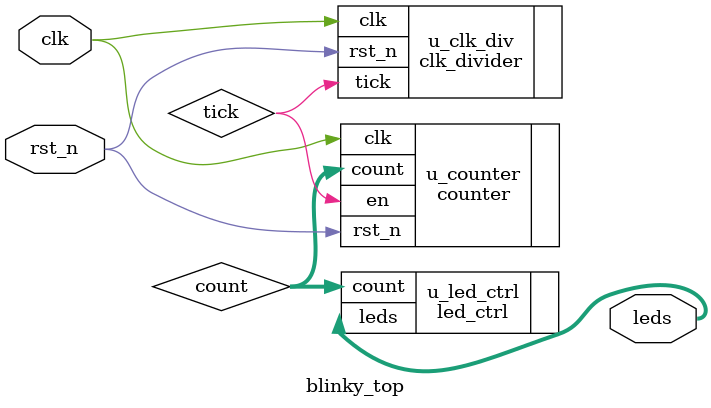
<source format=sv>
module blinky_top (
    input  logic       clk,
    input  logic       rst_n,
    output logic [7:0] leds
);
    logic       tick;
    logic [7:0] count;

    clk_divider u_clk_div (
        .clk   (clk),
        .rst_n (rst_n),
        .tick  (tick)
    );

    counter u_counter (
        .clk   (clk),
        .rst_n (rst_n),
        .en    (tick),
        .count (count)
    );

    led_ctrl u_led_ctrl (
        .count (count),
        .leds  (leds)
    );
endmodule

</source>
